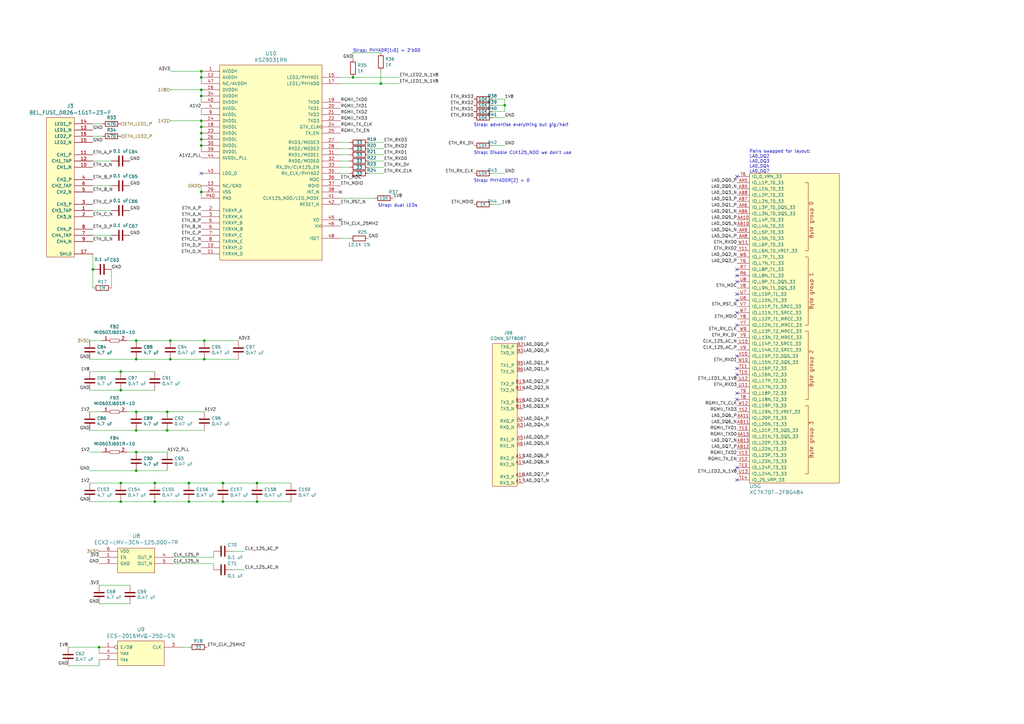
<source format=kicad_sch>
(kicad_sch (version 20211123) (generator eeschema)
  (paper "A3")
  (title_block (title "SATA sniffer") (date "2022-02-15") (rev "0.1") (comment 1 "Andrew D. Zonenberg"))
  (junction (at 69.85 147.32))
  (junction (at 105.41 198.12))
  (junction (at 38.1 110.49))
  (junction (at 82.55 29.21))
  (junction (at 144.78 31.75))
  (junction (at 82.55 49.53))
  (junction (at 83.82 147.32))
  (junction (at 49.53 160.02))
  (junction (at 55.88 139.7))
  (junction (at 91.44 198.12))
  (junction (at 77.47 198.12))
  (junction (at 82.55 59.69))
  (junction (at 68.58 176.53))
  (junction (at 63.5 198.12))
  (junction (at 82.55 52.07))
  (junction (at 49.53 198.12))
  (junction (at 55.88 185.42))
  (junction (at 63.5 205.74))
  (junction (at 105.41 205.74))
  (junction (at 82.55 39.37))
  (junction (at 40.64 265.43))
  (junction (at 82.55 57.15))
  (junction (at 55.88 176.53))
  (junction (at 69.85 139.7))
  (junction (at 91.44 205.74))
  (junction (at 83.82 139.7))
  (junction (at 82.55 54.61))
  (junction (at 49.53 205.74))
  (junction (at 77.47 205.74))
  (junction (at 55.88 193.04))
  (junction (at 207.01 43.18))
  (junction (at 156.21 34.29))
  (junction (at 49.53 152.4))
  (junction (at 82.55 36.83))
  (junction (at 55.88 147.32))
  (junction (at 82.55 31.75))
  (junction (at 82.55 78.74))
  (junction (at 55.88 168.91))
  (junction (at 68.58 168.91))
  (no_connect (at 302.26 196.85))
  (no_connect (at 302.26 110.49))
  (no_connect (at 139.7 90.17))
  (no_connect (at 302.26 72.39))
  (no_connect (at 302.26 115.57))
  (no_connect (at 302.26 123.19))
  (no_connect (at 82.55 71.12))
  (no_connect (at 302.26 161.29))
  (no_connect (at 302.26 120.65))
  (no_connect (at 302.26 146.05))
  (no_connect (at 302.26 133.35))
  (no_connect (at 302.26 128.27))
  (no_connect (at 302.26 163.83))
  (no_connect (at 302.26 151.13))
  (no_connect (at 302.26 191.77))
  (no_connect (at 302.26 113.03))
  (no_connect (at 302.26 153.67))
  (no_connect (at 139.7 78.74))
  (wire (pts (xy 71.12 231.14) (xy 87.63 231.14)))
  (wire (pts (xy 143.51 66.04) (xy 139.7 66.04)))
  (wire (pts (xy 41.91 168.91) (xy 36.83 168.91)))
  (wire (pts (xy 36.83 152.4) (xy 49.53 152.4)))
  (wire (pts (xy 157.48 71.12) (xy 151.13 71.12)))
  (wire (pts (xy 49.53 152.4) (xy 63.5 152.4)))
  (wire (pts (xy 41.91 185.42) (xy 36.83 185.42)))
  (wire (pts (xy 53.34 240.03) (xy 40.64 240.03)))
  (wire (pts (xy 105.41 205.74) (xy 119.38 205.74)))
  (wire (pts (xy 69.85 139.7) (xy 83.82 139.7)))
  (wire (pts (xy 27.94 265.43) (xy 40.64 265.43)))
  (wire (pts (xy 143.51 63.5) (xy 139.7 63.5)))
  (wire (pts (xy 83.82 147.32) (xy 97.79 147.32)))
  (wire (pts (xy 82.55 54.61) (xy 82.55 57.15)))
  (wire (pts (xy 55.88 185.42) (xy 68.58 185.42)))
  (wire (pts (xy 151.13 63.5) (xy 157.48 63.5)))
  (wire (pts (xy 201.93 43.18) (xy 207.01 43.18)))
  (wire (pts (xy 71.12 228.6) (xy 87.63 228.6)))
  (wire (pts (xy 82.55 31.75) (xy 82.55 34.29)))
  (wire (pts (xy 52.07 185.42) (xy 55.88 185.42)))
  (wire (pts (xy 52.07 168.91) (xy 55.88 168.91)))
  (wire (pts (xy 40.64 273.05) (xy 40.64 270.51)))
  (wire (pts (xy 143.51 68.58) (xy 139.7 68.58)))
  (wire (pts (xy 82.55 76.2) (xy 82.55 78.74)))
  (wire (pts (xy 201.93 45.72) (xy 207.01 45.72)))
  (wire (pts (xy 38.1 104.14) (xy 38.1 110.49)))
  (wire (pts (xy 68.58 168.91) (xy 83.82 168.91)))
  (wire (pts (xy 55.88 147.32) (xy 69.85 147.32)))
  (wire (pts (xy 49.53 160.02) (xy 63.5 160.02)))
  (wire (pts (xy 205.74 83.82) (xy 201.93 83.82)))
  (wire (pts (xy 207.01 43.18) (xy 207.01 40.64)))
  (wire (pts (xy 36.83 176.53) (xy 55.88 176.53)))
  (wire (pts (xy 156.21 29.21) (xy 156.21 34.29)))
  (wire (pts (xy 77.47 265.43) (xy 74.93 265.43)))
  (wire (pts (xy 207.01 45.72) (xy 207.01 43.18)))
  (wire (pts (xy 82.55 57.15) (xy 82.55 59.69)))
  (wire (pts (xy 55.88 176.53) (xy 68.58 176.53)))
  (wire (pts (xy 144.78 21.59) (xy 156.21 21.59)))
  (wire (pts (xy 151.13 68.58) (xy 157.48 68.58)))
  (wire (pts (xy 69.85 147.32) (xy 83.82 147.32)))
  (wire (pts (xy 156.21 34.29) (xy 163.83 34.29)))
  (wire (pts (xy 68.58 176.53) (xy 83.82 176.53)))
  (wire (pts (xy 40.64 247.65) (xy 53.34 247.65)))
  (wire (pts (xy 207.01 71.12) (xy 201.93 71.12)))
  (wire (pts (xy 55.88 168.91) (xy 68.58 168.91)))
  (wire (pts (xy 207.01 59.69) (xy 201.93 59.69)))
  (wire (pts (xy 100.33 233.68) (xy 95.25 233.68)))
  (wire (pts (xy 143.51 97.79) (xy 139.7 97.79)))
  (wire (pts (xy 151.13 58.42) (xy 157.48 58.42)))
  (wire (pts (xy 69.85 36.83) (xy 82.55 36.83)))
  (wire (pts (xy 36.83 147.32) (xy 55.88 147.32)))
  (wire (pts (xy 40.64 265.43) (xy 40.64 267.97)))
  (wire (pts (xy 77.47 198.12) (xy 91.44 198.12)))
  (wire (pts (xy 38.1 86.36) (xy 45.72 86.36)))
  (wire (pts (xy 36.83 198.12) (xy 49.53 198.12)))
  (wire (pts (xy 45.72 76.2) (xy 38.1 76.2)))
  (wire (pts (xy 95.25 226.06) (xy 100.33 226.06)))
  (wire (pts (xy 82.55 78.74) (xy 82.55 81.28)))
  (wire (pts (xy 49.53 205.74) (xy 63.5 205.74)))
  (wire (pts (xy 27.94 273.05) (xy 40.64 273.05)))
  (wire (pts (xy 63.5 198.12) (xy 77.47 198.12)))
  (wire (pts (xy 36.83 193.04) (xy 55.88 193.04)))
  (wire (pts (xy 143.51 71.12) (xy 139.7 71.12)))
  (wire (pts (xy 157.48 66.04) (xy 151.13 66.04)))
  (wire (pts (xy 83.82 139.7) (xy 97.79 139.7)))
  (wire (pts (xy 38.1 110.49) (xy 38.1 118.11)))
  (wire (pts (xy 91.44 205.74) (xy 105.41 205.74)))
  (wire (pts (xy 36.83 205.74) (xy 49.53 205.74)))
  (wire (pts (xy 144.78 24.13) (xy 144.78 21.59)))
  (wire (pts (xy 144.78 31.75) (xy 163.83 31.75)))
  (wire (pts (xy 156.21 34.29) (xy 139.7 34.29)))
  (wire (pts (xy 87.63 231.14) (xy 87.63 233.68)))
  (wire (pts (xy 63.5 205.74) (xy 77.47 205.74)))
  (wire (pts (xy 36.83 160.02) (xy 49.53 160.02)))
  (wire (pts (xy 157.48 60.96) (xy 151.13 60.96)))
  (wire (pts (xy 82.55 36.83) (xy 82.55 39.37)))
  (wire (pts (xy 82.55 39.37) (xy 82.55 41.91)))
  (wire (pts (xy 91.44 198.12) (xy 105.41 198.12)))
  (wire (pts (xy 82.55 44.45) (xy 82.55 46.99)))
  (wire (pts (xy 105.41 198.12) (xy 119.38 198.12)))
  (wire (pts (xy 45.72 110.49) (xy 45.72 118.11)))
  (wire (pts (xy 153.67 81.28) (xy 139.7 81.28)))
  (wire (pts (xy 82.55 59.69) (xy 82.55 62.23)))
  (wire (pts (xy 77.47 205.74) (xy 91.44 205.74)))
  (wire (pts (xy 69.85 29.21) (xy 82.55 29.21)))
  (wire (pts (xy 38.1 50.8) (xy 41.91 50.8)))
  (wire (pts (xy 139.7 31.75) (xy 144.78 31.75)))
  (wire (pts (xy 82.55 29.21) (xy 82.55 31.75)))
  (wire (pts (xy 201.93 40.64) (xy 207.01 40.64)))
  (wire (pts (xy 45.72 66.04) (xy 38.1 66.04)))
  (wire (pts (xy 49.53 198.12) (xy 63.5 198.12)))
  (wire (pts (xy 82.55 49.53) (xy 82.55 52.07)))
  (wire (pts (xy 52.07 139.7) (xy 55.88 139.7)))
  (wire (pts (xy 207.01 48.26) (xy 201.93 48.26)))
  (wire (pts (xy 143.51 60.96) (xy 139.7 60.96)))
  (wire (pts (xy 55.88 193.04) (xy 68.58 193.04)))
  (wire (pts (xy 82.55 52.07) (xy 82.55 54.61)))
  (wire (pts (xy 55.88 139.7) (xy 69.85 139.7)))
  (wire (pts (xy 41.91 55.88) (xy 38.1 55.88)))
  (wire (pts (xy 69.85 49.53) (xy 82.55 49.53)))
  (wire (pts (xy 45.72 96.52) (xy 38.1 96.52)))
  (wire (pts (xy 143.51 58.42) (xy 139.7 58.42)))
  (wire (pts (xy 41.91 139.7) (xy 36.83 139.7)))
  (wire (pts (xy 87.63 226.06) (xy 87.63 228.6)))
  (text "Strap: Disable CLK125_NDO we don't use" (at 194.31 63.5 0) (effects (font (size 1.27 1.27)) (justify left bottom)))
  (text "Strap: dual LEDs" (at 154.94 85.09 0) (effects (font (size 1.27 1.27)) (justify left bottom)))
  (text "Strap: advertise everything but gig/half" (at 194.31 52.07 0) (effects (font (size 1.27 1.27)) (justify left bottom)))
  (text "Strap: PHYADR[1:0] = 2'b00" (at 144.78 21.59 0) (effects (font (size 1.27 1.27)) (justify left bottom)))
  (text "Pairs swapped for layout:\nLA0_DQ2\nLA0_DQ3\nLA0_DQ4\nLA0_DQ7" (at 307.34 71.12 0) (effects (font (size 1.27 1.27)) (justify left bottom)))
  (text "Strap: PHYADDR[2] = 0" (at 194.31 74.93 0) (effects (font (size 1.27 1.27)) (justify left bottom)))
  (label "ETH_RXD1" (at 194.31 45.72 180))
  (label "ETH_RXD2" (at 302.26 102.87 180))
  (label "LA0_DQ1_N" (at 214.63 152.4 0))
  (label "LA0_DQ3_N" (at 214.63 167.64 0))
  (label "GND" (at 207.01 71.12 0))
  (label "ETH_RX_CLK" (at 302.26 135.89 180))
  (label "LA0_DQ4_P" (at 214.63 172.72 0))
  (label "ETH_RXD3" (at 194.31 40.64 180))
  (label "LA0_DQ6_P" (at 214.63 187.96 0))
  (label "GND" (at 144.78 24.13 180))
  (label "LA0_DQ2_N" (at 302.26 105.41 180))
  (label "RGMII_TX_CLK" (at 139.7 52.07 0))
  (label "LA0_DQ2_P" (at 302.26 107.95 180))
  (label "LA0_DQ7_P" (at 214.63 195.58 0))
  (label "LA0_DQ0_P" (at 302.26 74.93 180))
  (label "GND" (at 53.34 66.04 0))
  (label "ETH_B_P" (at 38.1 73.66 0))
  (label "ETH_D_P" (at 82.55 101.6 180))
  (label "LA0_DQ2_P" (at 214.63 157.48 0))
  (label "GND" (at 40.64 247.65 180))
  (label "GND" (at 36.83 176.53 180))
  (label "RGMII_TXD1" (at 302.26 176.53 180))
  (label "ETH_MDC" (at 302.26 118.11 180))
  (label "A3V3" (at 97.79 139.7 0))
  (label "ETH_D_N" (at 82.55 104.14 180))
  (label "GND" (at 36.83 193.04 180))
  (label "A1V2_PLL" (at 68.58 185.42 0))
  (label "LA0_DQ6_N" (at 302.26 173.99 180))
  (label "ETH_RST_N" (at 139.7 83.82 0))
  (label "RGMII_TXD2" (at 139.7 46.99 0))
  (label "LA0_DQ3_P" (at 214.63 165.1 0))
  (label "1V8" (at 161.29 81.28 0))
  (label "RGMII_TX_EN" (at 139.7 54.61 0))
  (label "ETH_B_P" (at 82.55 91.44 180))
  (label "RGMII_TXD2" (at 302.26 186.69 180))
  (label "GND" (at 40.64 231.14 180))
  (label "A1V2_PLL" (at 82.55 64.77 180))
  (label "ETH_RST_N" (at 302.26 125.73 180))
  (label "ETH_RX_DV" (at 194.31 59.69 180))
  (label "LA0_DQ1_P" (at 214.63 149.86 0))
  (label "RGMII_TXD0" (at 302.26 179.07 180))
  (label "LA0_DQ4_N" (at 302.26 95.25 180))
  (label "CLK_125_AC_P" (at 100.33 226.06 0))
  (label "GND" (at 207.01 59.69 0))
  (label "ETH_RXD3" (at 157.48 58.42 0))
  (label "RGMII_TXD3" (at 302.26 168.91 180))
  (label "A1V2" (at 82.55 44.45 180))
  (label "RGMII_TX_EN" (at 302.26 189.23 180))
  (label "ETH_MDC" (at 139.7 73.66 0))
  (label "GND" (at 45.72 110.49 0))
  (label "ETH_RXD1" (at 302.26 148.59 180))
  (label "LA0_DQ2_N" (at 214.63 160.02 0))
  (label "CLK_125_AC_N" (at 302.26 140.97 180))
  (label "ETH_C_P" (at 38.1 83.82 0))
  (label "ETH_CLK_25MHZ" (at 85.09 265.43 0))
  (label "LA0_DQ3_N" (at 302.26 80.01 180))
  (label "LA0_DQ5_N" (at 214.63 182.88 0))
  (label "ETH_RX_CLK" (at 157.48 71.12 0))
  (label "GND" (at 53.34 76.2 0))
  (label "ETH_LED2_N_1V8" (at 302.26 194.31 180))
  (label "ETH_MDIO" (at 302.26 130.81 180))
  (label "ETH_A_P" (at 38.1 63.5 0))
  (label "1V2" (at 36.83 185.42 180))
  (label "CLK_125_AC_P" (at 302.26 143.51 180))
  (label "RGMII_TXD3" (at 139.7 49.53 0))
  (label "ETH_CLK_25MHZ" (at 139.7 92.71 0))
  (label "ETH_RXD3" (at 302.26 158.75 180))
  (label "ETH_D_P" (at 38.1 93.98 0))
  (label "LA0_DQ6_N" (at 214.63 190.5 0))
  (label "LA0_DQ7_N" (at 214.63 198.12 0))
  (label "LA0_DQ1_N" (at 302.26 87.63 180))
  (label "3V3" (at 40.64 228.6 180))
  (label "ETH_RXD1" (at 157.48 63.5 0))
  (label "ETH_RXD0" (at 302.26 100.33 180))
  (label "ETH_MDIO" (at 139.7 76.2 0))
  (label "1V2" (at 36.83 168.91 180))
  (label "RGMII_TXD0" (at 139.7 41.91 0))
  (label "ETH_A_N" (at 38.1 68.58 0))
  (label "GND" (at 207.01 48.26 0))
  (label "LA0_DQ4_P" (at 302.26 97.79 180))
  (label "LA0_DQ0_P" (at 214.63 142.24 0))
  (label "GND" (at 38.1 53.34 0))
  (label "ETH_C_P" (at 82.55 96.52 180))
  (label "LA0_DQ0_N" (at 302.26 77.47 180))
  (label "ETH_B_N" (at 82.55 93.98 180))
  (label "GND" (at 36.83 205.74 180))
  (label "1V2" (at 36.83 198.12 180))
  (label "ETH_RX_DV" (at 157.48 68.58 0))
  (label "ETH_A_N" (at 82.55 88.9 180))
  (label "GND" (at 36.83 160.02 180))
  (label "ETH_RX_CLK" (at 194.31 71.12 180))
  (label "GND" (at 36.83 147.32 180))
  (label "1V8" (at 36.83 152.4 180))
  (label "LA0_DQ5_P" (at 302.26 90.17 180))
  (label "3V3" (at 40.64 240.03 180))
  (label "LA0_DQ4_N" (at 214.63 175.26 0))
  (label "1V8" (at 27.94 265.43 180))
  (label "ETH_LED1_N_1V8" (at 302.26 156.21 180))
  (label "LA0_DQ5_N" (at 302.26 92.71 180))
  (label "1V8" (at 205.74 83.82 0))
  (label "ETH_D_N" (at 38.1 99.06 0))
  (label "ETH_MDIO" (at 194.31 83.82 180))
  (label "ETH_A_P" (at 82.55 86.36 180))
  (label "LA0_DQ3_P" (at 302.26 82.55 180))
  (label "GND" (at 27.94 273.05 180))
  (label "ETH_LED1_N_1V8" (at 163.83 34.29 0))
  (label "RGMII_TXD1" (at 139.7 44.45 0))
  (label "ETH_C_N" (at 38.1 88.9 0))
  (label "ETH_LED2_N_1V8" (at 163.83 31.75 0))
  (label "CLK_125_P" (at 71.12 228.6 0))
  (label "ETH_RXD2" (at 194.31 43.18 180))
  (label "LA0_DQ1_P" (at 302.26 85.09 180))
  (label "ETH_RXD2" (at 157.48 60.96 0))
  (label "GND" (at 38.1 58.42 0))
  (label "1V8" (at 207.01 40.64 0))
  (label "A1V2" (at 83.82 168.91 0))
  (label "GND" (at 53.34 86.36 0))
  (label "LA0_DQ7_P" (at 302.26 184.15 180))
  (label "ETH_RXD0" (at 194.31 48.26 180))
  (label "ETH_RX_DV" (at 302.26 138.43 180))
  (label "LA0_DQ5_P" (at 214.63 180.34 0))
  (label "ETH_RXD0" (at 157.48 66.04 0))
  (label "ETH_C_N" (at 82.55 99.06 180))
  (label "LA0_DQ7_N" (at 302.26 181.61 180))
  (label "GND" (at 53.34 96.52 0))
  (label "CLK_125_N" (at 71.12 231.14 0))
  (label "RGMII_TX_CLK" (at 302.26 166.37 180))
  (label "LA0_DQ0_N" (at 214.63 144.78 0))
  (label "CLK_125_AC_N" (at 100.33 233.68 0))
  (label "ETH_B_N" (at 38.1 78.74 0))
  (label "A3V3" (at 69.85 29.21 180))
  (label "GND" (at 151.13 97.79 0))
  (label "LA0_DQ6_P" (at 302.26 171.45 180))
  (hierarchical_label "ETH_LED1_P" (shape input) (at 49.53 50.8 0))
  (hierarchical_label "ETH_LED2_P" (shape input) (at 49.53 55.88 0))
  (hierarchical_label "3V3" (shape input) (at 36.83 139.7 180))
  (hierarchical_label "1V8" (shape input) (at 69.85 36.83 180))
  (hierarchical_label "1V2" (shape input) (at 69.85 49.53 180))
  (hierarchical_label "3V3" (shape input) (at 40.64 226.06 180))
  (hierarchical_label "GND" (shape input) (at 82.55 76.2 180))
  (symbol (lib_id "Device:C") (at 49.53 66.04 270) (unit 1)
    (property "Reference" "C64" (at 54.61 62.23 90))
    (property "Value" "0.1 uF" (at 49.53 61.9506 90))
    (property "Footprint" "azonenberg_pcb:EIA_0402_CAP_NOSILK" (effects hide))
  )
  (symbol (lib_id "Device:C") (at 49.53 76.2 270) (unit 1)
    (property "Reference" "C65" (at 54.61 72.39 90))
    (property "Value" "0.1 uF" (at 49.53 72.1106 90))
    (property "Footprint" "azonenberg_pcb:EIA_0402_CAP_NOSILK" (effects hide))
  )
  (symbol (lib_id "Device:C") (at 49.53 86.36 270) (unit 1)
    (property "Reference" "C66" (at 54.61 82.55 90))
    (property "Value" "0.1 uF" (at 49.53 82.2706 90))
    (property "Footprint" "azonenberg_pcb:EIA_0402_CAP_NOSILK" (effects hide))
  )
  (symbol (lib_id "Device:C") (at 49.53 96.52 270) (unit 1)
    (property "Reference" "C67" (at 54.61 92.71 90))
    (property "Value" "0.1 uF" (at 49.53 92.4306 90))
    (property "Footprint" "azonenberg_pcb:EIA_0402_CAP_NOSILK" (effects hide))
  )
  (symbol (lib_id "Device:R") (at 41.91 118.11 270) (unit 1)
    (property "Reference" "R17" (at 41.91 115.57 90))
    (property "Value" "1M" (at 41.91 118.11 90))
    (property "Footprint" "azonenberg_pcb:EIA_0402_RES_NOSILK" (effects hide))
  )
  (symbol (lib_id "Device:C") (at 41.91 110.49 270) (unit 1)
    (property "Reference" "C63" (at 46.99 106.68 90))
    (property "Value" "0.1 uF" (at 41.91 106.4006 90))
    (property "Footprint" "azonenberg_pcb:EIA_0402_CAP_NOSILK" (effects hide))
  )
  (symbol (lib_id "Device:R") (at 157.48 81.28 270) (unit 1)
    (property "Reference" "R37" (at 161.29 78.74 90))
    (property "Value" "10K" (at 157.48 81.28 90))
    (property "Footprint" "azonenberg_pcb:EIA_0402_RES_NOSILK" (effects hide))
  )
  (symbol (lib_id "Device:R") (at 144.78 27.94 0) (unit 1)
    (property "Reference" "R35" (at 146.558 26.7716 0) (effects (justify left)))
    (property "Value" "1K" (at 146.558 29.083 0) (effects (justify left)))
    (property "Footprint" "azonenberg_pcb:EIA_0402_RES_NOSILK" (effects hide))
  )
  (symbol (lib_id "Device:R") (at 156.21 25.4 0) (unit 1)
    (property "Reference" "R36" (at 157.988 24.2316 0) (effects (justify left)))
    (property "Value" "1K" (at 157.988 26.543 0) (effects (justify left)))
    (property "Footprint" "azonenberg_pcb:EIA_0402_RES_NOSILK" (effects hide))
  )
  (symbol (lib_id "Device:R") (at 45.72 50.8 270) (unit 1)
    (property "Reference" "R33" (at 45.72 48.26 90))
    (property "Value" "470" (at 45.72 50.8 90))
    (property "Footprint" "azonenberg_pcb:EIA_0402_RES_NOSILK" (effects hide))
  )
  (symbol (lib_id "Device:R") (at 45.72 55.88 270) (unit 1)
    (property "Reference" "R34" (at 45.72 53.34 90))
    (property "Value" "470" (at 45.72 55.88 90))
    (property "Footprint" "azonenberg_pcb:EIA_0402_RES_NOSILK" (effects hide))
  )
  (symbol (lib_id "Device:R") (at 198.12 40.64 270) (unit 1)
    (property "Reference" "R38" (at 201.93 39.37 90))
    (property "Value" "10K" (at 198.12 40.64 90))
    (property "Footprint" "azonenberg_pcb:EIA_0402_RES_NOSILK" (effects hide))
  )
  (symbol (lib_id "Device:R") (at 198.12 43.18 270) (unit 1)
    (property "Reference" "R39" (at 201.93 41.91 90))
    (property "Value" "10K" (at 198.12 43.18 90))
    (property "Footprint" "azonenberg_pcb:EIA_0402_RES_NOSILK" (effects hide))
  )
  (symbol (lib_id "Device:R") (at 198.12 45.72 270) (unit 1)
    (property "Reference" "R40" (at 201.93 44.45 90))
    (property "Value" "10K" (at 198.12 45.72 90))
    (property "Footprint" "azonenberg_pcb:EIA_0402_RES_NOSILK" (effects hide))
  )
  (symbol (lib_id "Device:R") (at 198.12 48.26 270) (unit 1)
    (property "Reference" "R41" (at 201.93 46.99 90))
    (property "Value" "10K" (at 198.12 48.26 90))
    (property "Footprint" "azonenberg_pcb:EIA_0402_RES_NOSILK" (effects hide))
  )
  (symbol (lib_id "Device:R") (at 198.12 59.69 270) (unit 1)
    (property "Reference" "R42" (at 201.93 58.42 90))
    (property "Value" "10K" (at 198.12 59.69 90))
    (property "Footprint" "azonenberg_pcb:EIA_0402_RES_NOSILK" (effects hide))
  )
  (symbol (lib_id "Device:R") (at 198.12 71.12 270) (unit 1)
    (property "Reference" "R43" (at 201.93 69.85 90))
    (property "Value" "10K" (at 198.12 71.12 90))
    (property "Footprint" "azonenberg_pcb:EIA_0402_RES_NOSILK" (effects hide))
  )
  (symbol (lib_id "xilinx-azonenberg:XC7KxT-FBG484") (at 307.34 196.85 0) (unit 7)
    (property "Reference" "U5" (at 307.34 199.39 0) (effects (font (size 1.524 1.524)) (justify left)))
    (property "Value" "XC7K70T-2FBG484" (at 307.34 201.93 0) (effects (font (size 1.524 1.524)) (justify left)))
    (property "Footprint" "azonenberg_pcb:BGA_484_22x22_FULLARRAY_1MM" (effects hide))
  )
  (symbol (lib_id "Device:R") (at 198.12 83.82 270) (unit 1)
    (property "Reference" "R44" (at 201.93 82.55 90))
    (property "Value" "1K" (at 198.12 83.82 90))
    (property "Footprint" "azonenberg_pcb:EIA_0402_RES_NOSILK" (effects hide))
  )
  (symbol (lib_id "Device:C") (at 36.83 143.51 0) (unit 1)
    (property "Reference" "C84" (at 39.751 142.3416 0) (effects (justify left)))
    (property "Value" "4.7 uF" (at 39.751 144.653 0) (effects (justify left)))
    (property "Footprint" "azonenberg_pcb:EIA_0603_CAP_NOSILK" (effects hide))
  )
  (symbol (lib_id "passive-azonenberg:FERRITE_SMALL2") (at 46.99 139.7 0) (unit 1)
    (property "Reference" "FB2" (at 46.99 133.985 0))
    (property "Value" "MI0603J601R-10" (at 46.99 136.2964 0))
    (property "Footprint" "azonenberg_pcb:EIA_0603_INDUCTOR_NOSILK" (effects hide))
  )
  (symbol (lib_id "Device:C") (at 55.88 143.51 0) (unit 1)
    (property "Reference" "C88" (at 58.801 142.3416 0) (effects (justify left)))
    (property "Value" "4.7 uF" (at 58.801 144.653 0) (effects (justify left)))
    (property "Footprint" "azonenberg_pcb:EIA_0603_CAP_NOSILK" (effects hide))
  )
  (symbol (lib_id "Device:C") (at 69.85 143.51 0) (unit 1)
    (property "Reference" "C94" (at 72.771 142.3416 0) (effects (justify left)))
    (property "Value" "0.47 uF" (at 72.771 144.653 0) (effects (justify left)))
    (property "Footprint" "azonenberg_pcb:EIA_0402_CAP_NOSILK" (effects hide))
  )
  (symbol (lib_id "Device:C") (at 83.82 143.51 0) (unit 1)
    (property "Reference" "C95" (at 86.741 142.3416 0) (effects (justify left)))
    (property "Value" "0.47 uF" (at 86.741 144.653 0) (effects (justify left)))
    (property "Footprint" "azonenberg_pcb:EIA_0402_CAP_NOSILK" (effects hide))
  )
  (symbol (lib_id "Device:C") (at 97.79 143.51 0) (unit 1)
    (property "Reference" "C97" (at 100.711 142.3416 0) (effects (justify left)))
    (property "Value" "0.47 uF" (at 100.711 144.653 0) (effects (justify left)))
    (property "Footprint" "azonenberg_pcb:EIA_0402_CAP_NOSILK" (effects hide))
  )
  (symbol (lib_id "Device:C") (at 36.83 156.21 0) (unit 1)
    (property "Reference" "C85" (at 39.751 155.0416 0) (effects (justify left)))
    (property "Value" "4.7 uF" (at 39.751 157.353 0) (effects (justify left)))
    (property "Footprint" "azonenberg_pcb:EIA_0603_CAP_NOSILK" (effects hide))
  )
  (symbol (lib_id "Device:C") (at 49.53 156.21 0) (unit 1)
    (property "Reference" "C87" (at 52.451 155.0416 0) (effects (justify left)))
    (property "Value" "0.47 uF" (at 52.451 157.353 0) (effects (justify left)))
    (property "Footprint" "azonenberg_pcb:EIA_0402_CAP_NOSILK" (effects hide))
  )
  (symbol (lib_id "Device:C") (at 63.5 156.21 0) (unit 1)
    (property "Reference" "C91" (at 66.421 155.0416 0) (effects (justify left)))
    (property "Value" "0.47 uF" (at 66.421 157.353 0) (effects (justify left)))
    (property "Footprint" "azonenberg_pcb:EIA_0402_CAP_NOSILK" (effects hide))
  )
  (symbol (lib_id "Device:C") (at 36.83 172.72 0) (unit 1)
    (property "Reference" "C86" (at 39.751 171.5516 0) (effects (justify left)))
    (property "Value" "4.7 uF" (at 39.751 173.863 0) (effects (justify left)))
    (property "Footprint" "azonenberg_pcb:EIA_0603_CAP_NOSILK" (effects hide))
  )
  (symbol (lib_id "passive-azonenberg:FERRITE_SMALL2") (at 46.99 168.91 0) (unit 1)
    (property "Reference" "FB3" (at 46.99 163.195 0))
    (property "Value" "MI0603J601R-10" (at 46.99 165.5064 0))
    (property "Footprint" "azonenberg_pcb:EIA_0603_INDUCTOR_NOSILK" (effects hide))
  )
  (symbol (lib_id "Device:C") (at 55.88 172.72 0) (unit 1)
    (property "Reference" "C89" (at 58.801 171.5516 0) (effects (justify left)))
    (property "Value" "4.7 uF" (at 58.801 173.863 0) (effects (justify left)))
    (property "Footprint" "azonenberg_pcb:EIA_0603_CAP_NOSILK" (effects hide))
  )
  (symbol (lib_id "Device:C") (at 68.58 172.72 0) (unit 1)
    (property "Reference" "C92" (at 71.501 171.5516 0) (effects (justify left)))
    (property "Value" "0.47 uF" (at 71.501 173.863 0) (effects (justify left)))
    (property "Footprint" "azonenberg_pcb:EIA_0402_CAP_NOSILK" (effects hide))
  )
  (symbol (lib_id "Device:C") (at 83.82 172.72 0) (unit 1)
    (property "Reference" "C96" (at 86.741 171.5516 0) (effects (justify left)))
    (property "Value" "0.47 uF" (at 86.741 173.863 0) (effects (justify left)))
    (property "Footprint" "azonenberg_pcb:EIA_0402_CAP_NOSILK" (effects hide))
  )
  (symbol (lib_id "passive-azonenberg:FERRITE_SMALL2") (at 46.99 185.42 0) (unit 1)
    (property "Reference" "FB4" (at 46.99 179.705 0))
    (property "Value" "MI0603J601R-10" (at 46.99 182.0164 0))
    (property "Footprint" "azonenberg_pcb:EIA_0603_INDUCTOR_NOSILK" (effects hide))
  )
  (symbol (lib_id "Device:C") (at 55.88 189.23 0) (unit 1)
    (property "Reference" "C90" (at 58.801 188.0616 0) (effects (justify left)))
    (property "Value" "4.7 uF" (at 58.801 190.373 0) (effects (justify left)))
    (property "Footprint" "azonenberg_pcb:EIA_0603_CAP_NOSILK" (effects hide))
  )
  (symbol (lib_id "Device:C") (at 68.58 189.23 0) (unit 1)
    (property "Reference" "C93" (at 71.501 188.0616 0) (effects (justify left)))
    (property "Value" "0.47 uF" (at 71.501 190.373 0) (effects (justify left)))
    (property "Footprint" "azonenberg_pcb:EIA_0402_CAP_NOSILK" (effects hide))
  )
  (symbol (lib_id "special-azonenberg:CONN_SFF8087") (at 212.09 199.39 0) (mirror y) (unit 2)
    (property "Reference" "J9" (at 208.4832 136.525 0))
    (property "Value" "CONN_SFF8087" (at 208.4832 138.8364 0))
    (property "Footprint" "azonenberg_pcb:CONN_SFF8087_MOLEX_75783-0140" (effects hide))
  )
  (symbol (lib_id "special-azonenberg:KSZ9031RN") (at 90.17 106.68 0) (unit 1)
    (property "Reference" "U10" (at 111.125 21.9202 0) (effects (font (size 1.524 1.524))))
    (property "Value" "KSZ9031RN" (at 111.125 24.6126 0) (effects (font (size 1.524 1.524))))
    (property "Footprint" "azonenberg_pcb:QFN_48_0.5MM_7x7MM" (effects hide))
  )
  (symbol (lib_id "special-azonenberg:BEL_FUSE_0826-1G1T-23-F") (at 30.48 101.6 0) (mirror y) (unit 1)
    (property "Reference" "J3" (at 28.7782 43.5102 0) (effects (font (size 1.524 1.524))))
    (property "Value" "BEL_FUSE_0826-1G1T-23-F" (at 28.7782 46.2026 0) (effects (font (size 1.524 1.524))))
    (property "Footprint" "azonenberg_pcb:CONN_BELFUSE_0826_1G1T_23_F" (effects hide))
  )
  (symbol (lib_id "osc-azonenberg:OSC_LVDS_NOPAD") (at 48.26 234.95 0) (unit 1)
    (property "Reference" "U8" (at 55.88 219.7862 0) (effects (font (size 1.524 1.524))))
    (property "Value" "ECX2-LMV-3CN-125.000-TR" (at 55.88 222.4786 0) (effects (font (size 1.524 1.524))))
    (property "Footprint" "azonenberg_pcb:OSCILLATOR_LVDS_3.2x2.5" (effects hide))
  )
  (symbol (lib_id "Device:C") (at 40.64 243.84 0) (unit 1)
    (property "Reference" "C68" (at 43.561 242.6716 0) (effects (justify left)))
    (property "Value" "4.7 uF" (at 43.561 244.983 0) (effects (justify left)))
    (property "Footprint" "azonenberg_pcb:EIA_0603_CAP_NOSILK" (effects hide))
  )
  (symbol (lib_id "Device:C") (at 53.34 243.84 0) (unit 1)
    (property "Reference" "C69" (at 56.261 242.6716 0) (effects (justify left)))
    (property "Value" "0.47 uF" (at 56.261 244.983 0) (effects (justify left)))
    (property "Footprint" "azonenberg_pcb:EIA_0402_CAP_NOSILK" (effects hide))
  )
  (symbol (lib_id "Device:C") (at 91.44 233.68 270) (unit 1)
    (property "Reference" "C71" (at 95.25 231.14 90))
    (property "Value" "0.1 uF" (at 96.52 236.22 90))
    (property "Footprint" "azonenberg_pcb:EIA_0402_CAP_NOSILK" (effects hide))
  )
  (symbol (lib_id "Device:C") (at 91.44 226.06 270) (unit 1)
    (property "Reference" "C70" (at 95.25 223.52 90))
    (property "Value" "0.1 uF" (at 96.52 228.6 90))
    (property "Footprint" "azonenberg_pcb:EIA_0402_CAP_NOSILK" (effects hide))
  )
  (symbol (lib_id "osc-azonenberg:OSC") (at 58.42 265.43 0) (unit 1)
    (property "Reference" "U9" (at 57.785 258.1402 0) (effects (font (size 1.524 1.524))))
    (property "Value" "ECS-2016MVQ-250-CN" (at 57.785 260.8326 0) (effects (font (size 1.524 1.524))))
    (property "Footprint" "azonenberg_pcb:OSCILLATOR_2.0x1.6" (effects hide))
  )
  (symbol (lib_id "Device:R") (at 81.28 265.43 270) (unit 1)
    (property "Reference" "R18" (at 81.28 262.89 90))
    (property "Value" "33" (at 81.28 265.43 90))
    (property "Footprint" "azonenberg_pcb:EIA_0402_RES_NOSILK" (effects hide))
  )
  (symbol (lib_id "Device:C") (at 27.94 269.24 0) (unit 1)
    (property "Reference" "C62" (at 30.861 268.0716 0) (effects (justify left)))
    (property "Value" "0.47 uF" (at 30.861 270.383 0) (effects (justify left)))
    (property "Footprint" "azonenberg_pcb:EIA_0402_CAP_NOSILK" (effects hide))
  )
  (symbol (lib_id "Device:R") (at 147.32 97.79 270) (unit 1)
    (property "Reference" "R25" (at 148.59 95.25 90))
    (property "Value" "12.1K 1%" (at 147.32 100.33 90))
    (property "Footprint" "azonenberg_pcb:EIA_0402_RES_NOSILK" (effects hide))
  )
  (symbol (lib_id "Device:R") (at 147.32 58.42 270) (unit 1)
    (property "Reference" "R19" (at 152.4 57.15 90))
    (property "Value" "33" (at 147.32 58.42 90))
    (property "Footprint" "azonenberg_pcb:EIA_0402_RES_NOSILK" (effects hide))
  )
  (symbol (lib_id "Device:R") (at 147.32 60.96 270) (unit 1)
    (property "Reference" "R20" (at 152.4 59.69 90))
    (property "Value" "33" (at 147.32 60.96 90))
    (property "Footprint" "azonenberg_pcb:EIA_0402_RES_NOSILK" (effects hide))
  )
  (symbol (lib_id "Device:R") (at 147.32 63.5 270) (unit 1)
    (property "Reference" "R21" (at 152.4 62.23 90))
    (property "Value" "33" (at 147.32 63.5 90))
    (property "Footprint" "azonenberg_pcb:EIA_0402_RES_NOSILK" (effects hide))
  )
  (symbol (lib_id "Device:R") (at 147.32 66.04 270) (unit 1)
    (property "Reference" "R22" (at 152.4 64.77 90))
    (property "Value" "33" (at 147.32 66.04 90))
    (property "Footprint" "azonenberg_pcb:EIA_0402_RES_NOSILK" (effects hide))
  )
  (symbol (lib_id "Device:R") (at 147.32 68.58 270) (unit 1)
    (property "Reference" "R23" (at 152.4 67.31 90))
    (property "Value" "33" (at 147.32 68.58 90))
    (property "Footprint" "azonenberg_pcb:EIA_0402_RES_NOSILK" (effects hide))
  )
  (symbol (lib_id "Device:R") (at 147.32 71.12 270) (unit 1)
    (property "Reference" "R24" (at 152.4 69.85 90))
    (property "Value" "33" (at 147.32 71.12 90))
    (property "Footprint" "azonenberg_pcb:EIA_0402_RES_NOSILK" (effects hide))
  )
  (symbol (lib_id "Device:C") (at 36.83 201.93 0) (unit 1)
    (property "Reference" "C153" (at 39.751 200.7616 0) (effects (justify left)))
    (property "Value" "4.7 uF" (at 39.751 203.073 0) (effects (justify left)))
    (property "Footprint" "azonenberg_pcb:EIA_0603_CAP_NOSILK" (effects hide))
  )
  (symbol (lib_id "Device:C") (at 49.53 201.93 0) (unit 1)
    (property "Reference" "C154" (at 52.451 200.7616 0) (effects (justify left)))
    (property "Value" "0.47 uF" (at 52.451 203.073 0) (effects (justify left)))
    (property "Footprint" "azonenberg_pcb:EIA_0402_CAP_NOSILK" (effects hide))
  )
  (symbol (lib_id "Device:C") (at 63.5 201.93 0) (unit 1)
    (property "Reference" "C155" (at 66.421 200.7616 0) (effects (justify left)))
    (property "Value" "0.47 uF" (at 66.421 203.073 0) (effects (justify left)))
    (property "Footprint" "azonenberg_pcb:EIA_0402_CAP_NOSILK" (effects hide))
  )
  (symbol (lib_id "Device:C") (at 77.47 201.93 0) (unit 1)
    (property "Reference" "C156" (at 80.391 200.7616 0) (effects (justify left)))
    (property "Value" "0.47 uF" (at 80.391 203.073 0) (effects (justify left)))
    (property "Footprint" "azonenberg_pcb:EIA_0402_CAP_NOSILK" (effects hide))
  )
  (symbol (lib_id "Device:C") (at 91.44 201.93 0) (unit 1)
    (property "Reference" "C157" (at 94.361 200.7616 0) (effects (justify left)))
    (property "Value" "0.47 uF" (at 94.361 203.073 0) (effects (justify left)))
    (property "Footprint" "azonenberg_pcb:EIA_0402_CAP_NOSILK" (effects hide))
  )
  (symbol (lib_id "Device:C") (at 105.41 201.93 0) (unit 1)
    (property "Reference" "C158" (at 108.331 200.7616 0) (effects (justify left)))
    (property "Value" "0.47 uF" (at 108.331 203.073 0) (effects (justify left)))
    (property "Footprint" "azonenberg_pcb:EIA_0402_CAP_NOSILK" (effects hide))
  )
  (symbol (lib_id "Device:C") (at 119.38 201.93 0) (unit 1)
    (property "Reference" "C159" (at 122.301 200.7616 0) (effects (justify left)))
    (property "Value" "0.47 uF" (at 122.301 203.073 0) (effects (justify left)))
    (property "Footprint" "azonenberg_pcb:EIA_0402_CAP_NOSILK" (effects hide))
  )
)
</source>
